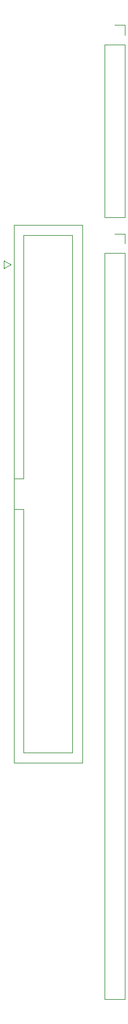
<source format=gto>
G04 #@! TF.GenerationSoftware,KiCad,Pcbnew,(5.1.10-1-10_14)*
G04 #@! TF.CreationDate,2021-11-01T16:25:37+01:00*
G04 #@! TF.ProjectId,idc50_breakout,69646335-305f-4627-9265-616b6f75742e,rev?*
G04 #@! TF.SameCoordinates,Original*
G04 #@! TF.FileFunction,Legend,Top*
G04 #@! TF.FilePolarity,Positive*
%FSLAX46Y46*%
G04 Gerber Fmt 4.6, Leading zero omitted, Abs format (unit mm)*
G04 Created by KiCad (PCBNEW (5.1.10-1-10_14)) date 2021-11-01 16:25:37*
%MOMM*%
%LPD*%
G01*
G04 APERTURE LIST*
%ADD10C,0.120000*%
%ADD11O,1.700000X1.700000*%
%ADD12R,1.700000X1.700000*%
%ADD13C,1.700000*%
G04 APERTURE END LIST*
D10*
X101600000Y-21530000D02*
X102930000Y-21530000D01*
X102930000Y-21530000D02*
X102930000Y-22860000D01*
X102930000Y-24130000D02*
X102930000Y-47050000D01*
X100270000Y-47050000D02*
X102930000Y-47050000D01*
X100270000Y-24130000D02*
X100270000Y-47050000D01*
X100270000Y-24130000D02*
X102930000Y-24130000D01*
X86760000Y-53840000D02*
X87760000Y-53340000D01*
X86760000Y-52840000D02*
X86760000Y-53840000D01*
X87760000Y-53340000D02*
X86760000Y-52840000D01*
X89460000Y-85870000D02*
X88150000Y-85870000D01*
X89460000Y-85870000D02*
X89460000Y-85870000D01*
X89460000Y-118210000D02*
X89460000Y-85870000D01*
X95960000Y-118210000D02*
X89460000Y-118210000D01*
X95960000Y-49430000D02*
X95960000Y-118210000D01*
X89460000Y-49430000D02*
X95960000Y-49430000D01*
X89460000Y-81770000D02*
X89460000Y-49430000D01*
X88150000Y-81770000D02*
X89460000Y-81770000D01*
X88150000Y-119510000D02*
X88150000Y-48130000D01*
X97270000Y-119510000D02*
X88150000Y-119510000D01*
X97270000Y-48130000D02*
X97270000Y-119510000D01*
X88150000Y-48130000D02*
X97270000Y-48130000D01*
X100270000Y-51846000D02*
X102930000Y-51846000D01*
X100270000Y-51846000D02*
X100270000Y-150966000D01*
X100270000Y-150966000D02*
X102930000Y-150966000D01*
X102930000Y-51846000D02*
X102930000Y-150966000D01*
X102930000Y-49246000D02*
X102930000Y-50576000D01*
X101600000Y-49246000D02*
X102930000Y-49246000D01*
%LPC*%
D11*
X101600000Y-45720000D03*
X101600000Y-43180000D03*
X101600000Y-40640000D03*
X101600000Y-38100000D03*
X101600000Y-35560000D03*
X101600000Y-33020000D03*
X101600000Y-30480000D03*
X101600000Y-27940000D03*
X101600000Y-25400000D03*
D12*
X101600000Y-22860000D03*
D13*
X93980000Y-114300000D03*
X93980000Y-111760000D03*
X93980000Y-109220000D03*
X93980000Y-106680000D03*
X93980000Y-104140000D03*
X93980000Y-101600000D03*
X93980000Y-99060000D03*
X93980000Y-96520000D03*
X93980000Y-93980000D03*
X93980000Y-91440000D03*
X93980000Y-88900000D03*
X93980000Y-86360000D03*
X93980000Y-83820000D03*
X93980000Y-81280000D03*
X93980000Y-78740000D03*
X93980000Y-76200000D03*
X93980000Y-73660000D03*
X93980000Y-71120000D03*
X93980000Y-68580000D03*
X93980000Y-66040000D03*
X93980000Y-63500000D03*
X93980000Y-60960000D03*
X93980000Y-58420000D03*
X93980000Y-55880000D03*
X93980000Y-53340000D03*
X91440000Y-114300000D03*
X91440000Y-111760000D03*
X91440000Y-109220000D03*
X91440000Y-106680000D03*
X91440000Y-104140000D03*
X91440000Y-101600000D03*
X91440000Y-99060000D03*
X91440000Y-96520000D03*
X91440000Y-93980000D03*
X91440000Y-91440000D03*
X91440000Y-88900000D03*
X91440000Y-86360000D03*
X91440000Y-83820000D03*
X91440000Y-81280000D03*
X91440000Y-78740000D03*
X91440000Y-76200000D03*
X91440000Y-73660000D03*
X91440000Y-71120000D03*
X91440000Y-68580000D03*
X91440000Y-66040000D03*
X91440000Y-63500000D03*
X91440000Y-60960000D03*
X91440000Y-58420000D03*
X91440000Y-55880000D03*
G36*
G01*
X90590000Y-53940000D02*
X90590000Y-52740000D01*
G75*
G02*
X90840000Y-52490000I250000J0D01*
G01*
X92040000Y-52490000D01*
G75*
G02*
X92290000Y-52740000I0J-250000D01*
G01*
X92290000Y-53940000D01*
G75*
G02*
X92040000Y-54190000I-250000J0D01*
G01*
X90840000Y-54190000D01*
G75*
G02*
X90590000Y-53940000I0J250000D01*
G01*
G37*
D11*
X101600000Y-149636000D03*
X101600000Y-147096000D03*
X101600000Y-144556000D03*
X101600000Y-142016000D03*
X101600000Y-139476000D03*
X101600000Y-136936000D03*
X101600000Y-134396000D03*
X101600000Y-131856000D03*
X101600000Y-129316000D03*
X101600000Y-126776000D03*
X101600000Y-124236000D03*
X101600000Y-121696000D03*
X101600000Y-119156000D03*
X101600000Y-116616000D03*
X101600000Y-114076000D03*
X101600000Y-111536000D03*
X101600000Y-108996000D03*
X101600000Y-106456000D03*
X101600000Y-103916000D03*
X101600000Y-101376000D03*
X101600000Y-98836000D03*
X101600000Y-96296000D03*
X101600000Y-93756000D03*
X101600000Y-91216000D03*
X101600000Y-88676000D03*
X101600000Y-86136000D03*
X101600000Y-83596000D03*
X101600000Y-81056000D03*
X101600000Y-78516000D03*
X101600000Y-75976000D03*
X101600000Y-73436000D03*
X101600000Y-70896000D03*
X101600000Y-68356000D03*
X101600000Y-65816000D03*
X101600000Y-63276000D03*
X101600000Y-60736000D03*
X101600000Y-58196000D03*
X101600000Y-55656000D03*
X101600000Y-53116000D03*
D12*
X101600000Y-50576000D03*
M02*

</source>
